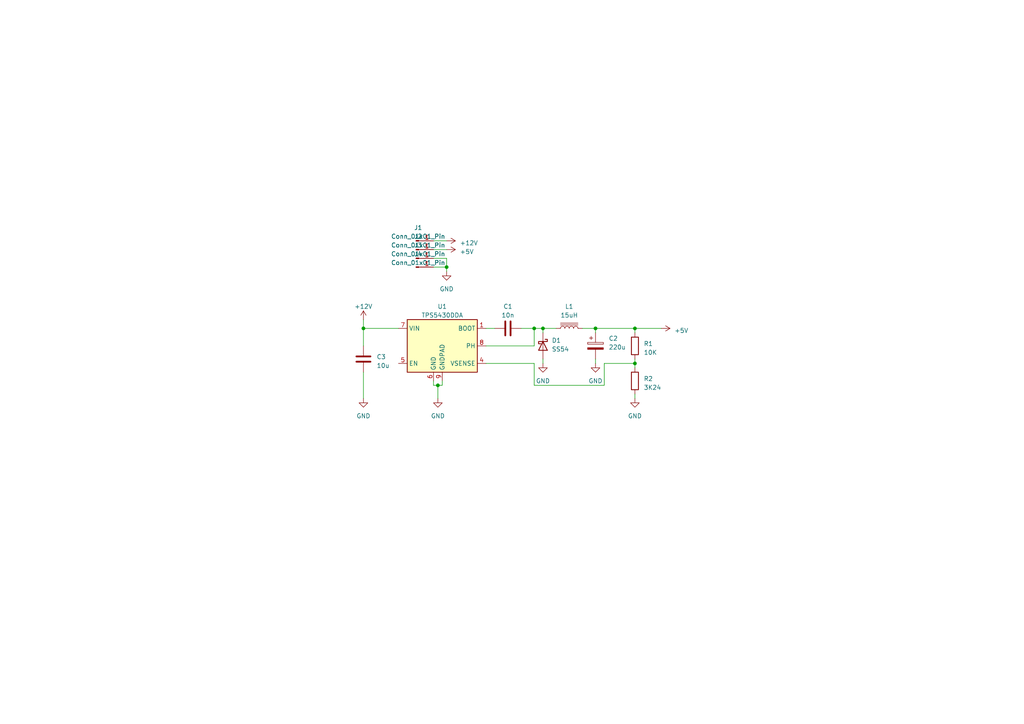
<source format=kicad_sch>
(kicad_sch (version 20230121) (generator eeschema)
  (paper "A4")
  (lib_symbols
    (symbol "Connector:Conn_01x01_Pin" (pin_names (offset 1.016) hide)
      (property "Reference" "J" (at 0 2.54 0))
      (property "Value" "Conn_01x01_Pin" (at 0 -2.54 0))
      (symbol "Conn_01x01_Pin_1_1"
        (polyline (pts (xy 1.27 0) (xy 0.8636 0)) (stroke (width 0.1524)))
        (rectangle (start 0.8636 0.127) (end 0 -0.127) (stroke (width 0.1524)) (fill (type outline)))
        (pin passive line (at 5.08 0 180) (length 3.81) (name "Pin_1") (number "1"))
      )
    )
    (symbol "Device:C" (pin_numbers hide) (pin_names (offset 0.254))
      (property "Reference" "C" (at 0.635 2.54 0))
      (property "Value" "C" (at 0.635 -2.54 0))
      (symbol "C_0_1"
        (polyline (pts (xy -2.032 -0.762) (xy 2.032 -0.762)) (stroke (width 0.508)))
        (polyline (pts (xy -2.032 0.762) (xy 2.032 0.762)) (stroke (width 0.508)))
      )
      (symbol "C_1_1"
        (pin passive line (at 0 3.81 270) (length 2.794) (name "~") (number "1"))
        (pin passive line (at 0 -3.81 90) (length 2.794) (name "~") (number "2"))
      )
    )
    (symbol "Device:C_Polarized" (pin_numbers hide) (pin_names (offset 0.254))
      (property "Reference" "C" (at 0.635 2.54 0))
      (property "Value" "C_Polarized" (at 0.635 -2.54 0))
      (symbol "C_Polarized_0_1"
        (rectangle (start -2.286 0.508) (end 2.286 1.016))
        (polyline (pts (xy -1.778 2.286) (xy -0.762 2.286)))
        (polyline (pts (xy -1.27 2.794) (xy -1.27 1.778)))
        (rectangle (start 2.286 -0.508) (end -2.286 -1.016) (fill (type outline)))
      )
      (symbol "C_Polarized_1_1"
        (pin passive line (at 0 3.81 270) (length 2.794) (name "~") (number "1"))
        (pin passive line (at 0 -3.81 90) (length 2.794) (name "~") (number "2"))
      )
    )
    (symbol "Device:L_Iron" (pin_numbers hide) (pin_names (offset 1.016) hide)
      (property "Reference" "L" (at -1.27 0 90))
      (property "Value" "L_Iron" (at 2.794 0 90))
      (symbol "L_Iron_0_1"
        (arc (start 0 -2.54) (mid 0.6323 -1.905) (end 0 -1.27))
        (arc (start 0 -1.27) (mid 0.6323 -0.635) (end 0 0))
        (polyline (pts (xy 1.016 2.54) (xy 1.016 -2.54)))
        (polyline (pts (xy 1.524 -2.54) (xy 1.524 2.54)))
        (arc (start 0 0) (mid 0.6323 0.635) (end 0 1.27))
        (arc (start 0 1.27) (mid 0.6323 1.905) (end 0 2.54))
      )
      (symbol "L_Iron_1_1"
        (pin passive line (at 0 3.81 270) (length 1.27) (name "1") (number "1"))
        (pin passive line (at 0 -3.81 90) (length 1.27) (name "2") (number "2"))
      )
    )
    (symbol "Device:R" (pin_numbers hide) (pin_names (offset 0))
      (property "Reference" "R" (at 2.032 0 90))
      (property "Value" "R" (at 0 0 90))
      (symbol "R_0_1"
        (rectangle (start -1.016 -2.54) (end 1.016 2.54) (stroke (width 0.254)))
      )
      (symbol "R_1_1"
        (pin passive line (at 0 3.81 270) (length 1.27) (name "~") (number "1"))
        (pin passive line (at 0 -3.81 90) (length 1.27) (name "~") (number "2"))
      )
    )
    (symbol "Diode:B340" (pin_numbers hide) (pin_names (offset 1.016) hide)
      (property "Reference" "D" (at 0 2.54 0))
      (property "Value" "B340" (at 0 -2.54 0))
      (symbol "B340_0_1"
        (polyline (pts (xy 1.27 0) (xy -1.27 0)))
        (polyline (pts (xy 1.27 1.27) (xy 1.27 -1.27) (xy -1.27 0) (xy 1.27 1.27)) (stroke (width 0.254)))
        (polyline (pts (xy -1.905 0.635) (xy -1.905 1.27) (xy -1.27 1.27) (xy -1.27 -1.27) (xy -0.635 -1.27) (xy -0.635 -0.635)) (stroke (width 0.254)))
      )
      (symbol "B340_1_1"
        (pin passive line (at -3.81 0 0) (length 2.54) (name "K") (number "1"))
        (pin passive line (at 3.81 0 180) (length 2.54) (name "A") (number "2"))
      )
    )
    (symbol "Regulator_Switching:TPS5430DDA"
      (property "Reference" "U" (at -10.16 8.89 0))
      (property "Value" "TPS5430DDA" (at -1.27 8.89 0))
      (symbol "TPS5430DDA_0_1"
        (rectangle (start -10.16 7.62) (end 10.16 -7.62) (stroke (width 0.254)) (fill (type background)))
      )
      (symbol "TPS5430DDA_1_1"
        (pin input line (at 12.7 5.08 180) (length 2.54) (name "BOOT") (number "1"))
        (pin no_connect line (at -10.16 2.54 0) (length 2.54) hide (name "NC") (number "2"))
        (pin no_connect line (at -10.16 -2.54 0) (length 2.54) hide (name "NC") (number "3"))
        (pin input line (at 12.7 -5.08 180) (length 2.54) (name "VSENSE") (number "4"))
        (pin input line (at -12.7 -5.08 0) (length 2.54) (name "EN") (number "5"))
        (pin power_in line (at -2.54 -10.16 90) (length 2.54) (name "GND") (number "6"))
        (pin power_in line (at -12.7 5.08 0) (length 2.54) (name "VIN") (number "7"))
        (pin output line (at 12.7 0 180) (length 2.54) (name "PH") (number "8"))
        (pin power_in line (at 0 -10.16 90) (length 2.54) (name "GNDPAD") (number "9"))
      )
    )
    (symbol "power:+12V" (power) (pin_names (offset 0))
      (property "Value" "+12V" (at 0 3.556 0))
      (symbol "+12V_0_1"
        (polyline (pts (xy -0.762 1.27) (xy 0 2.54)))
        (polyline (pts (xy 0 0) (xy 0 2.54)))
        (polyline (pts (xy 0 2.54) (xy 0.762 1.27)))
      )
      (symbol "+12V_1_1"
        (pin power_in line (at 0 0 90) (length 0) hide (name "+12V") (number "1"))
      )
    )
    (symbol "power:+5V" (power) (pin_names (offset 0))
      (property "Value" "+5V" (at 0 3.556 0))
      (symbol "+5V_0_1"
        (polyline (pts (xy -0.762 1.27) (xy 0 2.54)))
        (polyline (pts (xy 0 0) (xy 0 2.54)))
        (polyline (pts (xy 0 2.54) (xy 0.762 1.27)))
      )
      (symbol "+5V_1_1"
        (pin power_in line (at 0 0 90) (length 0) hide (name "+5V") (number "1"))
      )
    )
    (symbol "power:GND" (power) (pin_names (offset 0))
      (property "Value" "GND" (at 0 -3.81 0))
      (symbol "GND_0_1"
        (polyline (pts (xy 0 0) (xy 0 -1.27) (xy 1.27 -1.27) (xy 0 -2.54) (xy -1.27 -1.27) (xy 0 -1.27)))
      )
      (symbol "GND_1_1"
        (pin power_in line (at 0 0 270) (length 0) hide (name "GND") (number "1"))
      )
    )
  )
  (junction (at 184.15 105.41))
  (junction (at 172.72 95.25))
  (junction (at 184.15 95.25))
  (junction (at 127 111.76))
  (junction (at 157.48 95.25))
  (junction (at 129.54 77.47))
  (junction (at 154.94 95.25))
  (junction (at 105.41 95.25))
  (wire (pts (xy 154.94 105.41) (xy 154.94 111.76)))
  (wire (pts (xy 184.15 96.52) (xy 184.15 95.25)))
  (wire (pts (xy 157.48 104.14) (xy 157.48 105.41)))
  (wire (pts (xy 128.27 111.76) (xy 127 111.76)))
  (wire (pts (xy 105.41 107.95) (xy 105.41 115.57)))
  (wire (pts (xy 140.97 95.25) (xy 143.51 95.25)))
  (wire (pts (xy 105.41 95.25) (xy 115.57 95.25)))
  (wire (pts (xy 172.72 95.25) (xy 172.72 96.52)))
  (wire (pts (xy 154.94 111.76) (xy 175.26 111.76)))
  (wire (pts (xy 157.48 95.25) (xy 161.29 95.25)))
  (wire (pts (xy 175.26 105.41) (xy 184.15 105.41)))
  (wire (pts (xy 140.97 100.33) (xy 154.94 100.33)))
  (wire (pts (xy 125.73 111.76) (xy 127 111.76)))
  (wire (pts (xy 184.15 114.3) (xy 184.15 115.57)))
  (wire (pts (xy 168.91 95.25) (xy 172.72 95.25)))
  (wire (pts (xy 140.97 105.41) (xy 154.94 105.41)))
  (wire (pts (xy 184.15 104.14) (xy 184.15 105.41)))
  (wire (pts (xy 125.73 110.49) (xy 125.73 111.76)))
  (wire (pts (xy 125.73 72.39) (xy 129.54 72.39)))
  (wire (pts (xy 125.73 74.93) (xy 129.54 74.93)))
  (wire (pts (xy 105.41 95.25) (xy 105.41 92.71)))
  (wire (pts (xy 157.48 95.25) (xy 157.48 96.52)))
  (wire (pts (xy 172.72 95.25) (xy 184.15 95.25)))
  (wire (pts (xy 129.54 74.93) (xy 129.54 77.47)))
  (wire (pts (xy 175.26 111.76) (xy 175.26 105.41)))
  (wire (pts (xy 154.94 100.33) (xy 154.94 95.25)))
  (wire (pts (xy 129.54 77.47) (xy 129.54 78.74)))
  (wire (pts (xy 105.41 95.25) (xy 105.41 100.33)))
  (wire (pts (xy 154.94 95.25) (xy 157.48 95.25)))
  (wire (pts (xy 125.73 69.85) (xy 129.54 69.85)))
  (wire (pts (xy 184.15 105.41) (xy 184.15 106.68)))
  (wire (pts (xy 129.54 77.47) (xy 125.73 77.47)))
  (wire (pts (xy 151.13 95.25) (xy 154.94 95.25)))
  (wire (pts (xy 128.27 110.49) (xy 128.27 111.76)))
  (wire (pts (xy 184.15 95.25) (xy 191.77 95.25)))
  (wire (pts (xy 127 115.57) (xy 127 111.76)))
  (wire (pts (xy 172.72 104.14) (xy 172.72 105.41)))
  (symbol (lib_id "Device:C_Polarized") (at 172.72 100.33 0) (unit 1)
    (property "Reference" "C2" (at 176.53 98.171 0) (effects (justify left)))
    (property "Value" "220u" (at 176.53 100.711 0) (effects (justify left)))
    (property "Footprint" "footprints:EIA-7343-D" (effects hide))
  )
  (symbol (lib_id "power:+12V") (at 105.41 92.71 0) (unit 1)
    (property "Reference" "#PWR01" (effects hide))
    (property "Value" "+12V" (at 105.41 88.9 0))
  )
  (symbol (lib_id "Diode:B340") (at 157.48 100.33 270) (unit 1)
    (property "Reference" "D1" (at 160.02 98.7425 90) (effects (justify left)))
    (property "Value" "SS54" (at 160.02 101.2825 90) (effects (justify left)))
    (property "Footprint" "footprints:DIOM5025X220N" (effects hide))
    (property "Datasheet" "http://www.jameco.com/Jameco/Products/ProdDS/1538777.pdf" (effects hide))
  )
  (symbol (lib_id "Device:R") (at 184.15 110.49 0) (unit 1)
    (property "Reference" "R2" (at 186.69 109.855 0) (effects (justify left)))
    (property "Value" "3K24" (at 186.69 112.395 0) (effects (justify left)))
    (property "Footprint" "footprints:res0603" (effects hide))
  )
  (symbol (lib_id "Connector:Conn_01x01_Pin") (at 120.65 69.85 0) (unit 1)
    (property "Reference" "J1" (at 121.285 66.04 0))
    (property "Value" "Conn_01x01_Pin" (at 121.285 68.58 0))
    (property "Footprint" "footprints:2x2mm Pad" (effects hide))
  )
  (symbol (lib_id "Device:C") (at 105.41 104.14 0) (unit 1)
    (property "Reference" "C3" (at 109.22 103.505 0) (effects (justify left)))
    (property "Value" "10u" (at 109.22 106.045 0) (effects (justify left)))
    (property "Footprint" "footprints:cap0603" (effects hide))
  )
  (symbol (lib_id "power:GND") (at 127 115.57 0) (unit 1)
    (property "Reference" "#PWR06" (effects hide))
    (property "Value" "GND" (at 127 120.65 0))
  )
  (symbol (lib_id "Device:C") (at 147.32 95.25 90) (unit 1)
    (property "Reference" "C1" (at 147.32 88.9 90))
    (property "Value" "10n" (at 147.32 91.44 90))
    (property "Footprint" "footprints:cap0603" (effects hide))
  )
  (symbol (lib_id "Device:L_Iron") (at 165.1 95.25 90) (unit 1)
    (property "Reference" "L1" (at 165.1 88.9 90))
    (property "Value" "15uH" (at 165.1 91.44 90))
    (property "Footprint" "footprints:0630 One Piece Inductor" (effects hide))
  )
  (symbol (lib_id "power:GND") (at 105.41 115.57 0) (unit 1)
    (property "Reference" "#PWR05" (effects hide))
    (property "Value" "GND" (at 105.41 120.65 0))
  )
  (symbol (lib_id "power:GND") (at 129.54 78.74 0) (unit 1)
    (property "Reference" "#PWR08" (effects hide))
    (property "Value" "GND" (at 129.54 83.82 0))
  )
  (symbol (lib_id "power:GND") (at 184.15 115.57 0) (unit 1)
    (property "Reference" "#PWR07" (effects hide))
    (property "Value" "GND" (at 184.15 120.65 0))
  )
  (symbol (lib_id "Device:R") (at 184.15 100.33 0) (unit 1)
    (property "Reference" "R1" (at 186.69 99.695 0) (effects (justify left)))
    (property "Value" "10K" (at 186.69 102.235 0) (effects (justify left)))
    (property "Footprint" "footprints:res0603" (effects hide))
  )
  (symbol (lib_id "power:+5V") (at 129.54 72.39 270) (unit 1)
    (property "Reference" "#PWR09" (effects hide))
    (property "Value" "+5V" (at 133.35 73.025 90) (effects (justify left)))
  )
  (symbol (lib_id "power:+12V") (at 129.54 69.85 270) (unit 1)
    (property "Reference" "#PWR010" (effects hide))
    (property "Value" "+12V" (at 133.35 70.485 90) (effects (justify left)))
  )
  (symbol (lib_id "power:+5V") (at 191.77 95.25 270) (unit 1)
    (property "Reference" "#PWR02" (effects hide))
    (property "Value" "+5V" (at 195.58 95.885 90) (effects (justify left)))
  )
  (symbol (lib_id "power:GND") (at 157.48 105.41 0) (unit 1)
    (property "Reference" "#PWR03" (effects hide))
    (property "Value" "GND" (at 157.48 110.49 0))
  )
  (symbol (lib_id "Connector:Conn_01x01_Pin") (at 120.65 77.47 0) (unit 1)
    (property "Reference" "J4" (at 121.285 73.66 0))
    (property "Value" "Conn_01x01_Pin" (at 121.285 76.2 0))
    (property "Footprint" "footprints:2x2mm Pad" (effects hide))
  )
  (symbol (lib_id "Connector:Conn_01x01_Pin") (at 120.65 74.93 0) (unit 1)
    (property "Reference" "J3" (at 121.285 71.12 0))
    (property "Value" "Conn_01x01_Pin" (at 121.285 73.66 0))
    (property "Footprint" "footprints:2x2mm Pad" (effects hide))
  )
  (symbol (lib_id "Connector:Conn_01x01_Pin") (at 120.65 72.39 0) (unit 1)
    (property "Reference" "J2" (at 121.285 68.58 0))
    (property "Value" "Conn_01x01_Pin" (at 121.285 71.12 0))
    (property "Footprint" "footprints:2x2mm Pad" (effects hide))
  )
  (symbol (lib_id "Regulator_Switching:TPS5430DDA") (at 128.27 100.33 0) (unit 1)
    (property "Reference" "U1" (at 128.27 88.9 0))
    (property "Value" "TPS5430DDA" (at 128.27 91.44 0))
    (property "Footprint" "Package_SO:TI_SO-PowerPAD-8_ThermalVias" (effects hide))
    (property "Datasheet" "http://www.ti.com/lit/ds/symlink/tps5430.pdf" (effects hide))
  )
  (symbol (lib_id "power:GND") (at 172.72 105.41 0) (unit 1)
    (property "Reference" "#PWR04" (effects hide))
    (property "Value" "GND" (at 172.72 110.49 0))
  )
)
</source>
